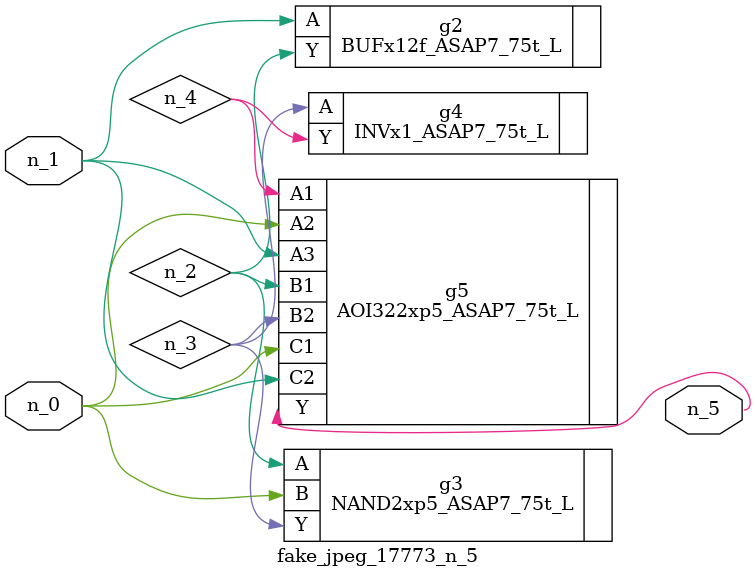
<source format=v>
module fake_jpeg_17773_n_5 (n_0, n_1, n_5);

input n_0;
input n_1;

output n_5;

wire n_2;
wire n_3;
wire n_4;

BUFx12f_ASAP7_75t_L g2 ( 
.A(n_1),
.Y(n_2)
);

NAND2xp5_ASAP7_75t_L g3 ( 
.A(n_2),
.B(n_0),
.Y(n_3)
);

INVx1_ASAP7_75t_L g4 ( 
.A(n_3),
.Y(n_4)
);

AOI322xp5_ASAP7_75t_L g5 ( 
.A1(n_4),
.A2(n_0),
.A3(n_1),
.B1(n_2),
.B2(n_3),
.C1(n_0),
.C2(n_1),
.Y(n_5)
);


endmodule
</source>
